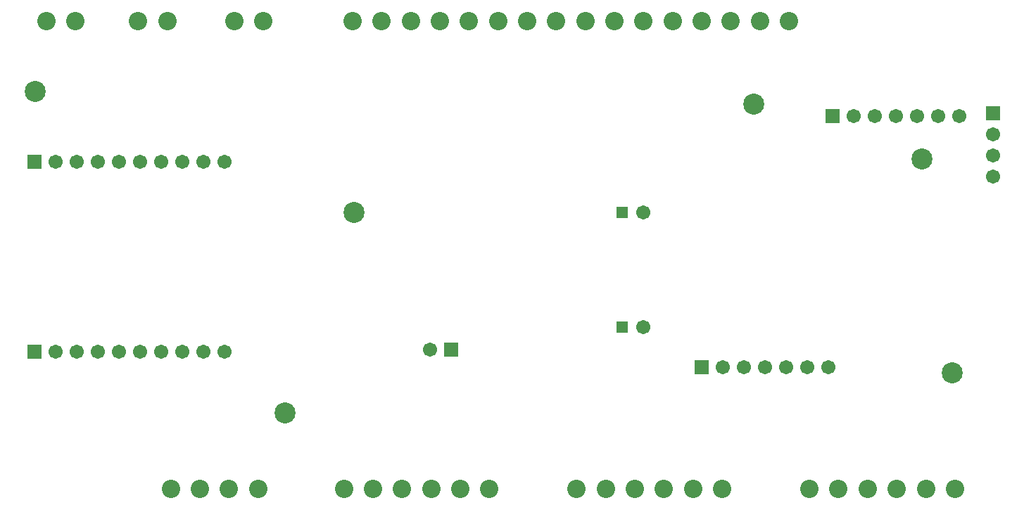
<source format=gbs>
%FSTAX23Y23*%
%MOIN*%
%SFA1B1*%

%IPPOS*%
%ADD26C,0.099530*%
%ADD27R,0.067060X0.067060*%
%ADD28C,0.067060*%
%ADD29R,0.055240X0.055240*%
%ADD30R,0.067060X0.067060*%
%ADD31C,0.086740*%
%LNlayout-1*%
%LPD*%
G54D26*
X05288Y02718D03*
X02598Y02463D03*
X05433Y01703D03*
X04493Y02978D03*
X02273Y01513D03*
X01088Y03038D03*
G54D27*
X01085Y02705D03*
X04865Y0292D03*
X04245Y0173D03*
X01085Y01805D03*
X0306Y01815D03*
G54D28*
X01185Y02705D03*
X01385D03*
X01485D03*
X01585D03*
X01685D03*
X01785D03*
X01885D03*
X01985D03*
X01285D03*
X0397Y02465D03*
Y0192D03*
X05065Y0292D03*
X04965D03*
X05165D03*
X05265D03*
X05365D03*
X05465D03*
X05625Y02835D03*
Y02735D03*
Y02635D03*
X04845Y0173D03*
X04745D03*
X04645D03*
X04545D03*
X04345D03*
X04445D03*
X01285Y01805D03*
X01985D03*
X01885D03*
X01785D03*
X01685D03*
X01585D03*
X01485D03*
X01385D03*
X01185D03*
X0296Y01815D03*
G54D29*
X0387Y02465D03*
Y0192D03*
G54D30*
X05625Y02935D03*
G54D31*
X04522Y0337D03*
X0466D03*
X04246D03*
X04384D03*
X03971D03*
X04108D03*
X03695D03*
X03833D03*
X03419D03*
X03557D03*
X03144D03*
X03282D03*
X02868D03*
X03006D03*
X02593D03*
X0273D03*
X02032D03*
X0217D03*
X01577D03*
X01715D03*
X01142D03*
X0128D03*
X04894Y01155D03*
X04756D03*
X05445D03*
X05308D03*
X0517D03*
X05032D03*
X04343D03*
X04205D03*
X04067D03*
X0393D03*
X03792D03*
X03654D03*
X03241D03*
X03103D03*
X02965D03*
X02827D03*
X0269D03*
X02552D03*
X02145D03*
X02007D03*
X0187D03*
X01732D03*
M02*
</source>
